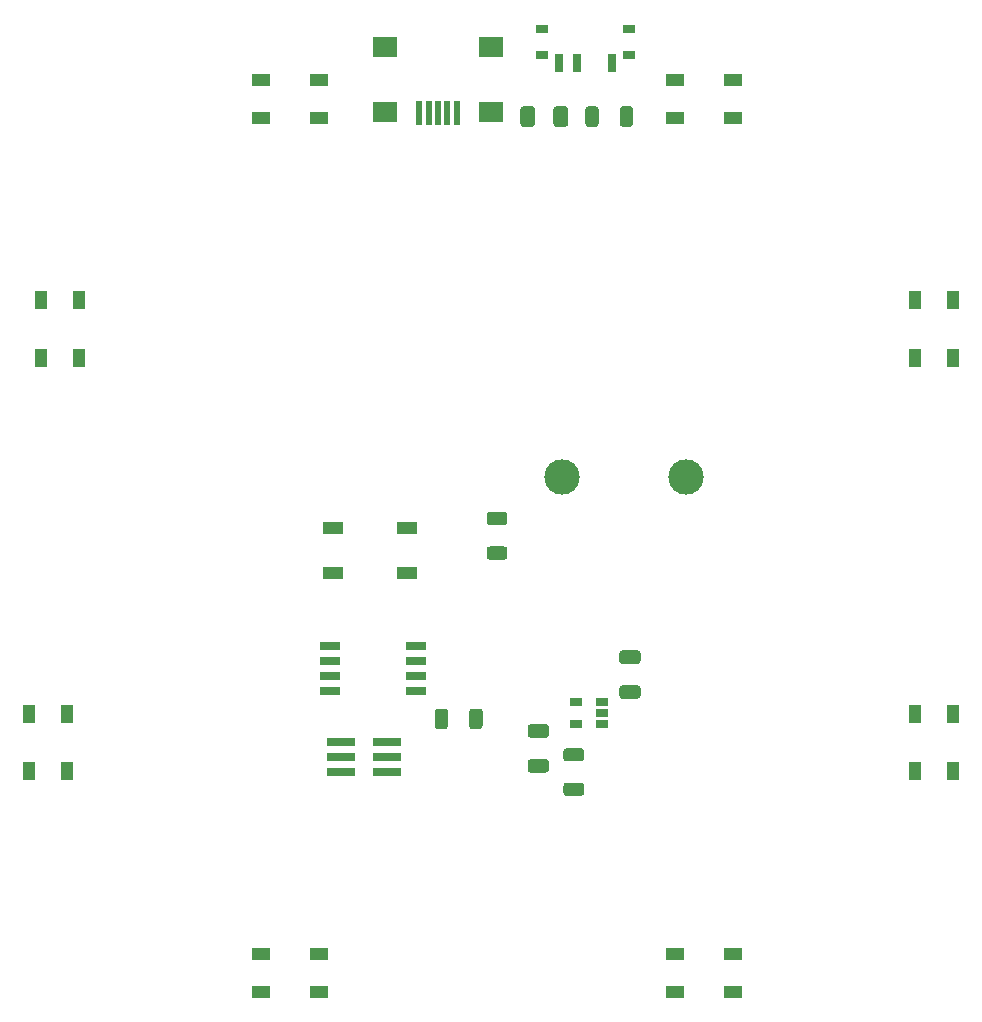
<source format=gtp>
G04 #@! TF.GenerationSoftware,KiCad,Pcbnew,(5.1.8)-1*
G04 #@! TF.CreationDate,2021-04-18T14:37:25+02:00*
G04 #@! TF.ProjectId,Coaster_LiPo,436f6173-7465-4725-9f4c-69506f2e6b69,D*
G04 #@! TF.SameCoordinates,Original*
G04 #@! TF.FileFunction,Paste,Top*
G04 #@! TF.FilePolarity,Positive*
%FSLAX46Y46*%
G04 Gerber Fmt 4.6, Leading zero omitted, Abs format (unit mm)*
G04 Created by KiCad (PCBNEW (5.1.8)-1) date 2021-04-18 14:37:25*
%MOMM*%
%LPD*%
G01*
G04 APERTURE LIST*
%ADD10R,1.700000X1.000000*%
%ADD11R,1.700000X0.650000*%
%ADD12R,0.500000X2.000000*%
%ADD13R,2.000000X1.700000*%
%ADD14R,2.400000X0.740000*%
%ADD15R,1.060000X0.650000*%
%ADD16C,3.000000*%
%ADD17R,1.000000X1.500000*%
%ADD18R,1.500000X1.000000*%
%ADD19R,0.700000X1.500000*%
%ADD20R,1.000000X0.800000*%
G04 APERTURE END LIST*
D10*
X76100000Y-94350000D03*
X82400000Y-94350000D03*
X76100000Y-98150000D03*
X82400000Y-98150000D03*
G36*
G01*
X100599999Y-104700000D02*
X101900001Y-104700000D01*
G75*
G02*
X102150000Y-104949999I0J-249999D01*
G01*
X102150000Y-105600001D01*
G75*
G02*
X101900001Y-105850000I-249999J0D01*
G01*
X100599999Y-105850000D01*
G75*
G02*
X100350000Y-105600001I0J249999D01*
G01*
X100350000Y-104949999D01*
G75*
G02*
X100599999Y-104700000I249999J0D01*
G01*
G37*
G36*
G01*
X100599999Y-107650000D02*
X101900001Y-107650000D01*
G75*
G02*
X102150000Y-107899999I0J-249999D01*
G01*
X102150000Y-108550001D01*
G75*
G02*
X101900001Y-108800000I-249999J0D01*
G01*
X100599999Y-108800000D01*
G75*
G02*
X100350000Y-108550001I0J249999D01*
G01*
X100350000Y-107899999D01*
G75*
G02*
X100599999Y-107650000I249999J0D01*
G01*
G37*
D11*
X83150000Y-108155000D03*
X83150000Y-106885000D03*
X83150000Y-105615000D03*
X83150000Y-104345000D03*
X75850000Y-104345000D03*
X75850000Y-105615000D03*
X75850000Y-106885000D03*
X75850000Y-108155000D03*
D12*
X86600000Y-59200000D03*
X85800000Y-59200000D03*
X85000000Y-59200000D03*
X84200000Y-59200000D03*
X83400000Y-59200000D03*
D13*
X89450000Y-59100000D03*
X89450000Y-53650000D03*
X80550000Y-59100000D03*
X80550000Y-53650000D03*
G36*
G01*
X94150001Y-112100000D02*
X92849999Y-112100000D01*
G75*
G02*
X92600000Y-111850001I0J249999D01*
G01*
X92600000Y-111199999D01*
G75*
G02*
X92849999Y-110950000I249999J0D01*
G01*
X94150001Y-110950000D01*
G75*
G02*
X94400000Y-111199999I0J-249999D01*
G01*
X94400000Y-111850001D01*
G75*
G02*
X94150001Y-112100000I-249999J0D01*
G01*
G37*
G36*
G01*
X94150001Y-115050000D02*
X92849999Y-115050000D01*
G75*
G02*
X92600000Y-114800001I0J249999D01*
G01*
X92600000Y-114149999D01*
G75*
G02*
X92849999Y-113900000I249999J0D01*
G01*
X94150001Y-113900000D01*
G75*
G02*
X94400000Y-114149999I0J-249999D01*
G01*
X94400000Y-114800001D01*
G75*
G02*
X94150001Y-115050000I-249999J0D01*
G01*
G37*
D14*
X80700000Y-115020000D03*
X76800000Y-115020000D03*
X80700000Y-113750000D03*
X76800000Y-113750000D03*
X80700000Y-112480000D03*
X76800000Y-112480000D03*
G36*
G01*
X100400000Y-60125003D02*
X100400000Y-58874997D01*
G75*
G02*
X100649997Y-58625000I249997J0D01*
G01*
X101275003Y-58625000D01*
G75*
G02*
X101525000Y-58874997I0J-249997D01*
G01*
X101525000Y-60125003D01*
G75*
G02*
X101275003Y-60375000I-249997J0D01*
G01*
X100649997Y-60375000D01*
G75*
G02*
X100400000Y-60125003I0J249997D01*
G01*
G37*
G36*
G01*
X97475000Y-60125003D02*
X97475000Y-58874997D01*
G75*
G02*
X97724997Y-58625000I249997J0D01*
G01*
X98350003Y-58625000D01*
G75*
G02*
X98600000Y-58874997I0J-249997D01*
G01*
X98600000Y-60125003D01*
G75*
G02*
X98350003Y-60375000I-249997J0D01*
G01*
X97724997Y-60375000D01*
G75*
G02*
X97475000Y-60125003I0J249997D01*
G01*
G37*
G36*
G01*
X95874997Y-112975000D02*
X97125003Y-112975000D01*
G75*
G02*
X97375000Y-113224997I0J-249997D01*
G01*
X97375000Y-113850003D01*
G75*
G02*
X97125003Y-114100000I-249997J0D01*
G01*
X95874997Y-114100000D01*
G75*
G02*
X95625000Y-113850003I0J249997D01*
G01*
X95625000Y-113224997D01*
G75*
G02*
X95874997Y-112975000I249997J0D01*
G01*
G37*
G36*
G01*
X95874997Y-115900000D02*
X97125003Y-115900000D01*
G75*
G02*
X97375000Y-116149997I0J-249997D01*
G01*
X97375000Y-116775003D01*
G75*
G02*
X97125003Y-117025000I-249997J0D01*
G01*
X95874997Y-117025000D01*
G75*
G02*
X95625000Y-116775003I0J249997D01*
G01*
X95625000Y-116149997D01*
G75*
G02*
X95874997Y-115900000I249997J0D01*
G01*
G37*
G36*
G01*
X87650000Y-111125003D02*
X87650000Y-109874997D01*
G75*
G02*
X87899997Y-109625000I249997J0D01*
G01*
X88525003Y-109625000D01*
G75*
G02*
X88775000Y-109874997I0J-249997D01*
G01*
X88775000Y-111125003D01*
G75*
G02*
X88525003Y-111375000I-249997J0D01*
G01*
X87899997Y-111375000D01*
G75*
G02*
X87650000Y-111125003I0J249997D01*
G01*
G37*
G36*
G01*
X84725000Y-111125003D02*
X84725000Y-109874997D01*
G75*
G02*
X84974997Y-109625000I249997J0D01*
G01*
X85600003Y-109625000D01*
G75*
G02*
X85850000Y-109874997I0J-249997D01*
G01*
X85850000Y-111125003D01*
G75*
G02*
X85600003Y-111375000I-249997J0D01*
G01*
X84974997Y-111375000D01*
G75*
G02*
X84725000Y-111125003I0J249997D01*
G01*
G37*
G36*
G01*
X90625003Y-97025000D02*
X89374997Y-97025000D01*
G75*
G02*
X89125000Y-96775003I0J249997D01*
G01*
X89125000Y-96149997D01*
G75*
G02*
X89374997Y-95900000I249997J0D01*
G01*
X90625003Y-95900000D01*
G75*
G02*
X90875000Y-96149997I0J-249997D01*
G01*
X90875000Y-96775003D01*
G75*
G02*
X90625003Y-97025000I-249997J0D01*
G01*
G37*
G36*
G01*
X90625003Y-94100000D02*
X89374997Y-94100000D01*
G75*
G02*
X89125000Y-93850003I0J249997D01*
G01*
X89125000Y-93224997D01*
G75*
G02*
X89374997Y-92975000I249997J0D01*
G01*
X90625003Y-92975000D01*
G75*
G02*
X90875000Y-93224997I0J-249997D01*
G01*
X90875000Y-93850003D01*
G75*
G02*
X90625003Y-94100000I-249997J0D01*
G01*
G37*
D15*
X98850000Y-110950000D03*
X98850000Y-110000000D03*
X98850000Y-109050000D03*
X96650000Y-109050000D03*
X96650000Y-110950000D03*
D16*
X106000000Y-90000000D03*
X95500000Y-90000000D03*
D17*
X54600000Y-75050000D03*
X51400000Y-75050000D03*
X54600000Y-79950000D03*
X51400000Y-79950000D03*
D18*
X70050000Y-56400000D03*
X70050000Y-59600000D03*
X74950000Y-56400000D03*
X74950000Y-59600000D03*
X109950000Y-59600000D03*
X109950000Y-56400000D03*
X105050000Y-59600000D03*
X105050000Y-56400000D03*
D17*
X128600000Y-75050000D03*
X125400000Y-75050000D03*
X128600000Y-79950000D03*
X125400000Y-79950000D03*
D19*
X99750000Y-54930000D03*
X96750000Y-54930000D03*
X95250000Y-54930000D03*
D20*
X101150000Y-52070000D03*
X93850000Y-52070000D03*
X93850000Y-54280000D03*
X101150000Y-54280000D03*
G36*
G01*
X96025000Y-58875000D02*
X96025000Y-60125000D01*
G75*
G02*
X95775000Y-60375000I-250000J0D01*
G01*
X95025000Y-60375000D01*
G75*
G02*
X94775000Y-60125000I0J250000D01*
G01*
X94775000Y-58875000D01*
G75*
G02*
X95025000Y-58625000I250000J0D01*
G01*
X95775000Y-58625000D01*
G75*
G02*
X96025000Y-58875000I0J-250000D01*
G01*
G37*
G36*
G01*
X93225000Y-58875000D02*
X93225000Y-60125000D01*
G75*
G02*
X92975000Y-60375000I-250000J0D01*
G01*
X92225000Y-60375000D01*
G75*
G02*
X91975000Y-60125000I0J250000D01*
G01*
X91975000Y-58875000D01*
G75*
G02*
X92225000Y-58625000I250000J0D01*
G01*
X92975000Y-58625000D01*
G75*
G02*
X93225000Y-58875000I0J-250000D01*
G01*
G37*
D17*
X128600000Y-110050000D03*
X125400000Y-110050000D03*
X128600000Y-114950000D03*
X125400000Y-114950000D03*
D18*
X105050000Y-130400000D03*
X105050000Y-133600000D03*
X109950000Y-130400000D03*
X109950000Y-133600000D03*
X74950000Y-133600000D03*
X74950000Y-130400000D03*
X70050000Y-133600000D03*
X70050000Y-130400000D03*
D17*
X53600000Y-110050000D03*
X50400000Y-110050000D03*
X53600000Y-114950000D03*
X50400000Y-114950000D03*
M02*

</source>
